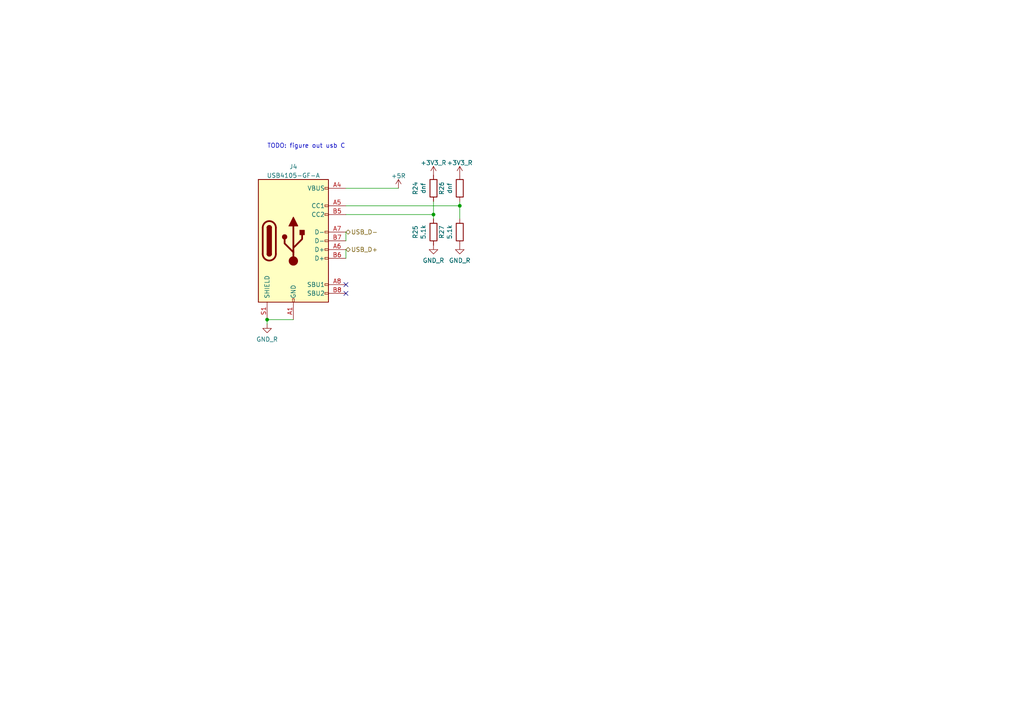
<source format=kicad_sch>
(kicad_sch (version 20211123) (generator eeschema)
  (paper "A4")
  (lib_symbols
    (symbol "Device:R" (pin_numbers hide) (pin_names (offset 0))
      (property "Reference" "R" (at 2.032 0 90))
      (property "Value" "R" (at 0 0 90))
      (symbol "R_0_1"
        (rectangle (start -1.016 -2.54) (end 1.016 2.54) (stroke (width 0.254)))
      )
      (symbol "R_1_1"
        (pin passive line (at 0 3.81 270) (length 1.27) (name "~") (number "1"))
        (pin passive line (at 0 -3.81 90) (length 1.27) (name "~") (number "2"))
      )
    )
    (symbol "arisu-split:+3V3_R" (power) (pin_names (offset 0))
      (property "Value" "+3V3_R" (at 0 3.556 0))
      (symbol "+3V3_R_0_1"
        (polyline (pts (xy -0.762 1.27) (xy 0 2.54)))
        (polyline (pts (xy 0 0) (xy 0 2.54)))
        (polyline (pts (xy 0 2.54) (xy 0.762 1.27)))
      )
      (symbol "+3V3_R_1_1"
        (pin power_in line (at 0 0 90) (length 0) hide (name "+3V3_R") (number "1"))
      )
    )
    (symbol "arisu-split:+5V_R" (power) (pin_names (offset 0))
      (property "Value" "+5V_R" (at 0 3.556 0))
      (symbol "+5V_R_0_1"
        (polyline (pts (xy -0.762 1.27) (xy 0 2.54)))
        (polyline (pts (xy 0 0) (xy 0 2.54)))
        (polyline (pts (xy 0 2.54) (xy 0.762 1.27)))
      )
      (symbol "+5V_R_1_1"
        (pin power_in line (at 0 0 90) (length 0) hide (name "+5R") (number "1"))
      )
    )
    (symbol "arisu-split:GND_R" (power) (pin_names (offset 0))
      (property "Value" "GND_R" (at 0 -3.81 0))
      (symbol "GND_R_0_1"
        (polyline (pts (xy 0 0) (xy 0 -1.27) (xy 1.27 -1.27) (xy 0 -2.54) (xy -1.27 -1.27) (xy 0 -1.27)))
      )
      (symbol "GND_R_1_1"
        (pin power_in line (at 0 0 270) (length 0) hide (name "GND_R") (number "1"))
      )
    )
    (symbol "arisu-split:USB4105-GF-A" (pin_names (offset 1.016))
      (property "Reference" "J" (at -10.16 19.05 0))
      (property "Value" "USB4105-GF-A" (at 10.16 19.05 0))
      (symbol "USB4105-GF-A_0_0"
        (rectangle (start -0.254 -17.78) (end 0.254 -16.764))
        (rectangle (start 10.16 -14.986) (end 9.144 -15.494))
        (rectangle (start 10.16 -12.446) (end 9.144 -12.954))
        (rectangle (start 10.16 -4.826) (end 9.144 -5.334))
        (rectangle (start 10.16 -2.286) (end 9.144 -2.794))
        (rectangle (start 10.16 0.254) (end 9.144 -0.254))
        (rectangle (start 10.16 2.794) (end 9.144 2.286))
        (rectangle (start 10.16 7.874) (end 9.144 7.366))
        (rectangle (start 10.16 10.414) (end 9.144 9.906))
        (rectangle (start 10.16 15.494) (end 9.144 14.986))
      )
      (symbol "USB4105-GF-A_0_1"
        (rectangle (start -10.16 17.78) (end 10.16 -17.78) (stroke (width 0.254)) (fill (type background)))
        (arc (start -8.89 -3.81) (mid -6.985 -5.715) (end -5.08 -3.81) (stroke (width 0.508)))
        (arc (start -7.62 -3.81) (mid -6.985 -4.445) (end -6.35 -3.81) (stroke (width 0.254)))
        (arc (start -7.62 -3.81) (mid -6.985 -4.445) (end -6.35 -3.81) (stroke (width 0.254)) (fill (type outline)))
        (rectangle (start -7.62 -3.81) (end -6.35 3.81) (stroke (width 0.254)) (fill (type outline)))
        (arc (start -6.35 3.81) (mid -6.985 4.445) (end -7.62 3.81) (stroke (width 0.254)))
        (arc (start -6.35 3.81) (mid -6.985 4.445) (end -7.62 3.81) (stroke (width 0.254)) (fill (type outline)))
        (arc (start -5.08 3.81) (mid -6.985 5.715) (end -8.89 3.81) (stroke (width 0.508)))
        (circle (center -2.54 1.143) (radius 0.635) (stroke (width 0.254)) (fill (type outline)))
        (circle (center 0 -5.842) (radius 1.27) (fill (type outline)))
        (polyline (pts (xy -8.89 -3.81) (xy -8.89 3.81)) (stroke (width 0.508)))
        (polyline (pts (xy -5.08 3.81) (xy -5.08 -3.81)) (stroke (width 0.508)))
        (polyline (pts (xy 0 -5.842) (xy 0 4.318)) (stroke (width 0.508)))
        (polyline (pts (xy 0 -3.302) (xy -2.54 -0.762) (xy -2.54 0.508)) (stroke (width 0.508)))
        (polyline (pts (xy 0 -2.032) (xy 2.54 0.508) (xy 2.54 1.778)) (stroke (width 0.508)))
        (polyline (pts (xy -1.27 4.318) (xy 0 6.858) (xy 1.27 4.318) (xy -1.27 4.318)) (stroke (width 0.254)) (fill (type outline)))
        (rectangle (start 1.905 1.778) (end 3.175 3.048) (stroke (width 0.254)) (fill (type outline)))
      )
      (symbol "USB4105-GF-A_1_1"
        (pin power_out line (at 0 -22.86 90) (length 5.08) (name "GND") (number "A1"))
        (pin passive line (at 0 -22.86 90) (length 5.08) hide (name "GND") (number "A12"))
        (pin power_out line (at 15.24 15.24 180) (length 5.08) (name "VBUS") (number "A4"))
        (pin bidirectional line (at 15.24 10.16 180) (length 5.08) (name "CC1") (number "A5"))
        (pin bidirectional line (at 15.24 -2.54 180) (length 5.08) (name "D+") (number "A6"))
        (pin bidirectional line (at 15.24 2.54 180) (length 5.08) (name "D-") (number "A7"))
        (pin bidirectional line (at 15.24 -12.7 180) (length 5.08) (name "SBU1") (number "A8"))
        (pin passive line (at 15.24 15.24 180) (length 5.08) hide (name "VBUS") (number "A9"))
        (pin passive line (at 0 -22.86 90) (length 5.08) hide (name "GND") (number "B1"))
        (pin passive line (at 0 -22.86 90) (length 5.08) hide (name "GND") (number "B12"))
        (pin passive line (at 15.24 15.24 180) (length 5.08) hide (name "VBUS") (number "B4"))
        (pin bidirectional line (at 15.24 7.62 180) (length 5.08) (name "CC2") (number "B5"))
        (pin bidirectional line (at 15.24 -5.08 180) (length 5.08) (name "D+") (number "B6"))
        (pin bidirectional line (at 15.24 0 180) (length 5.08) (name "D-") (number "B7"))
        (pin bidirectional line (at 15.24 -15.24 180) (length 5.08) (name "SBU2") (number "B8"))
        (pin passive line (at 15.24 15.24 180) (length 5.08) hide (name "VBUS") (number "B9"))
        (pin passive line (at -7.62 -22.86 90) (length 5.08) (name "SHIELD") (number "S1"))
      )
    )
  )
  (junction (at 133.35 59.69))
  (junction (at 125.73 62.23))
  (junction (at 77.47 92.71))
  (no_connect (at 100.33 85.09))
  (no_connect (at 100.33 82.55))
  (wire (pts (xy 100.33 72.39) (xy 100.33 74.93)))
  (wire (pts (xy 125.73 63.5) (xy 125.73 62.23)))
  (wire (pts (xy 77.47 92.71) (xy 85.09 92.71)))
  (wire (pts (xy 100.33 67.31) (xy 100.33 69.85)))
  (wire (pts (xy 133.35 59.69) (xy 133.35 63.5)))
  (wire (pts (xy 100.33 54.61) (xy 115.57 54.61)))
  (wire (pts (xy 133.35 58.42) (xy 133.35 59.69)))
  (wire (pts (xy 125.73 58.42) (xy 125.73 62.23)))
  (wire (pts (xy 100.33 62.23) (xy 125.73 62.23)))
  (wire (pts (xy 77.47 93.98) (xy 77.47 92.71)))
  (wire (pts (xy 100.33 59.69) (xy 133.35 59.69)))
  (text "TODO: figure out usb C\n" (at 77.47 43.18 0) (effects (font (size 1.27 1.27)) (justify left bottom)))
  (hierarchical_label "USB_D-" (shape bidirectional) (at 100.33 67.31 0))
  (hierarchical_label "USB_D+" (shape bidirectional) (at 100.33 72.39 0))
  (symbol (lib_id "arisu-split:+3V3_R") (at 133.35 50.8 0) (unit 1)
    (property "Reference" "#PWR0170" (effects hide))
    (property "Value" "+3V3_R" (at 133.35 47.2242 0))
  )
  (symbol (lib_id "Device:R") (at 133.35 54.61 0) (unit 1)
    (property "Reference" "R26" (at 128.0922 54.61 90))
    (property "Value" "dnf" (at 130.4036 54.61 90))
    (property "Footprint" "Resistor_SMD:R_0603_1608Metric" (effects hide))
  )
  (symbol (lib_id "arisu-split:+3V3_R") (at 125.73 50.8 0) (unit 1)
    (property "Reference" "#PWR0171" (effects hide))
    (property "Value" "+3V3_R" (at 125.73 47.2242 0))
  )
  (symbol (lib_id "arisu-split:GND_R") (at 125.73 71.12 0) (unit 1)
    (property "Reference" "#PWR0167" (effects hide))
    (property "Value" "GND_R" (at 125.73 75.5634 0))
  )
  (symbol (lib_id "Device:R") (at 125.73 54.61 0) (unit 1)
    (property "Reference" "R24" (at 120.4722 54.61 90))
    (property "Value" "dnf" (at 122.7836 54.61 90))
    (property "Footprint" "Resistor_SMD:R_0603_1608Metric" (effects hide))
  )
  (symbol (lib_id "arisu-split:+5V_R") (at 115.57 54.61 0) (unit 1)
    (property "Reference" "#PWR0101" (effects hide))
    (property "Value" "+5V_R" (at 115.57 51.0342 0))
  )
  (symbol (lib_id "arisu-split:USB4105-GF-A") (at 85.09 69.85 0) (unit 1)
    (property "Reference" "J4" (at 85.09 48.3702 0))
    (property "Value" "USB4105-GF-A" (at 85.09 50.9071 0))
    (property "Footprint" "arisu-split:USB4105-GF-A" (effects hide))
    (property "Datasheet" "https://www.usb.org/sites/default/files/documents/usb_type-c.zip" (effects hide))
  )
  (symbol (lib_id "arisu-split:GND_R") (at 77.47 93.98 0) (unit 1)
    (property "Reference" "#PWR0169" (effects hide))
    (property "Value" "GND_R" (at 77.47 98.4234 0))
  )
  (symbol (lib_id "Device:R") (at 133.35 67.31 0) (unit 1)
    (property "Reference" "R27" (at 128.0922 67.31 90))
    (property "Value" "5.1k" (at 130.4036 67.31 90))
    (property "Footprint" "Resistor_SMD:R_0603_1608Metric" (effects hide))
  )
  (symbol (lib_id "Device:R") (at 125.73 67.31 0) (unit 1)
    (property "Reference" "R25" (at 120.4722 67.31 90))
    (property "Value" "5.1k" (at 122.7836 67.31 90))
    (property "Footprint" "Resistor_SMD:R_0603_1608Metric" (effects hide))
  )
  (symbol (lib_id "arisu-split:GND_R") (at 133.35 71.12 0) (unit 1)
    (property "Reference" "#PWR0168" (effects hide))
    (property "Value" "GND_R" (at 133.35 75.5634 0))
  )
)
</source>
